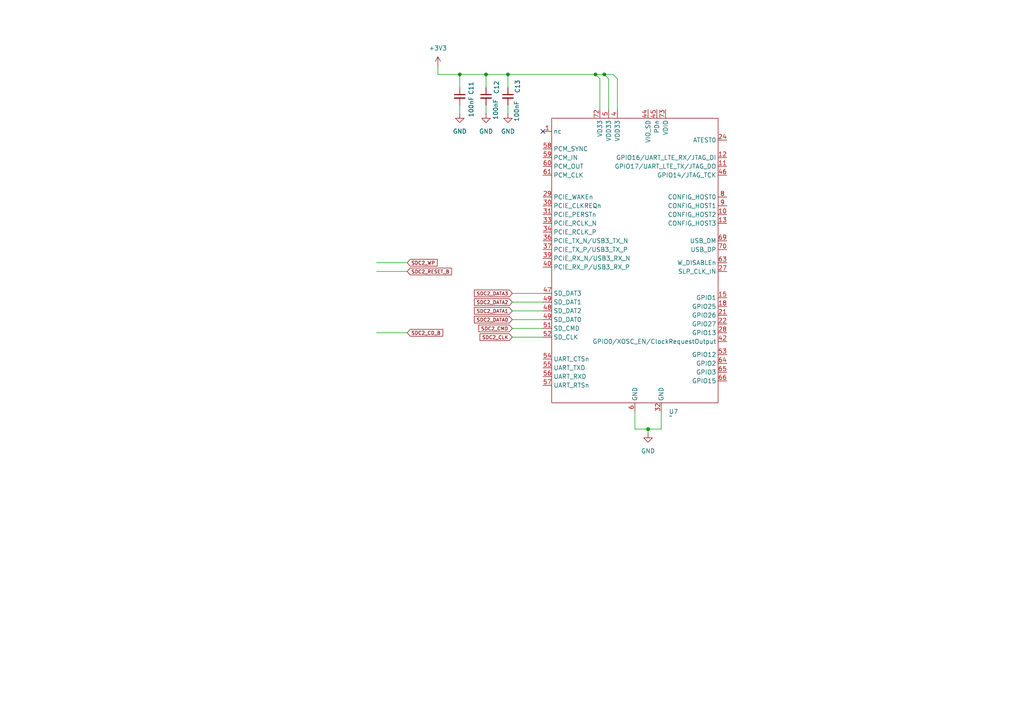
<source format=kicad_sch>
(kicad_sch (version 20231120) (generator "eeschema") (generator_version "8.0")
  (paper "A4")
  (lib_symbols
    (symbol "Device:C_Small" (pin_numbers hide) (pin_names (offset 0.254) hide)
      (property "Reference" "C" (at 0.254 1.778 0))
      (property "Value" "C_Small" (at 0.254 -2.032 0))
      (symbol "C_Small_0_1"
        (polyline (pts (xy -1.524 -0.508) (xy 1.524 -0.508)) (stroke (width 0.3302)))
        (polyline (pts (xy -1.524 0.508) (xy 1.524 0.508)) (stroke (width 0.3048)))
      )
      (symbol "C_Small_1_1"
        (pin passive line (at 0 2.54 270) (length 2.032) (name "~") (number "1"))
        (pin passive line (at 0 -2.54 90) (length 2.032) (name "~") (number "2"))
      )
    )
    (symbol "_W_MX8M:SPB228-D-Wireless"
      (property "Reference" "U" (at 0 0 0))
      (symbol "SPB228-D-Wireless_0_1"
        (rectangle (start -8.89 10.16) (end 39.37 -72.39))
      )
      (symbol "SPB228-D-Wireless_1_1"
        (pin input line (at -11.43 6.35 0) (length 2.54) (name "nc") (number "1"))
        (pin input line (at 41.91 -17.78 180) (length 2.54) (name "CONFIG_HOST2") (number "10"))
        (pin input line (at 41.91 -3.81 180) (length 2.54) (name "GPIO17/UART_LTE_TX/JTAG_DO") (number "11"))
        (pin input line (at 41.91 -1.27 180) (length 2.54) (name "GPIO16/UART_LTE_RX/JTAG_DI") (number "12"))
        (pin input line (at 41.91 -20.32 180) (length 2.54) (name "CONFIG_HOST3") (number "13"))
        (pin input line (at -11.43 6.35 0) (length 2.54) hide (name "nc") (number "14"))
        (pin input line (at 41.91 -41.91 180) (length 2.54) (name "GPIO1") (number "15"))
        (pin input line (at -11.43 6.35 0) (length 2.54) hide (name "nc") (number "16"))
        (pin input line (at 15.24 -74.93 90) (length 2.54) hide (name "GND") (number "17"))
        (pin input line (at 41.91 -44.45 180) (length 2.54) (name "GPIO25") (number "18"))
        (pin input line (at -11.43 6.35 0) (length 2.54) hide (name "nc") (number "19"))
        (pin input line (at -11.43 6.35 0) (length 2.54) hide (name "nc") (number "2"))
        (pin input line (at 15.24 -74.93 90) (length 2.54) hide (name "GND") (number "20"))
        (pin input line (at 41.91 -46.99 180) (length 2.54) (name "GPIO26") (number "21"))
        (pin input line (at 41.91 -49.53 180) (length 2.54) (name "GPIO27") (number "22"))
        (pin input line (at 15.24 -74.93 90) (length 2.54) hide (name "GND") (number "23"))
        (pin input line (at 41.91 3.81 180) (length 2.54) (name "ATEST0") (number "24"))
        (pin input line (at -11.43 6.35 0) (length 2.54) hide (name "nc") (number "25"))
        (pin input line (at 15.24 -74.93 90) (length 2.54) hide (name "GND") (number "26"))
        (pin input line (at 41.91 -34.29 180) (length 2.54) (name "SLP_CLK_IN") (number "27"))
        (pin input line (at 41.91 -52.07 180) (length 2.54) (name "GPIO13") (number "28"))
        (pin input line (at -11.43 -12.7 0) (length 2.54) (name "PCIE_WAKEn") (number "29"))
        (pin input line (at -11.43 6.35 0) (length 2.54) hide (name "nc") (number "3"))
        (pin input line (at -11.43 -15.24 0) (length 2.54) (name "PCIE_CLKREQn") (number "30"))
        (pin input line (at -11.43 -17.78 0) (length 2.54) (name "PCIE_PERSTn") (number "31"))
        (pin input line (at 15.24 -74.93 90) (length 2.54) hide (name "GND") (number "32"))
        (pin input line (at 22.86 -74.93 90) (length 2.54) (name "GND") (number "32"))
        (pin input line (at -11.43 -20.32 0) (length 2.54) (name "PCIE_RCLK_N") (number "33"))
        (pin input line (at -11.43 -22.86 0) (length 2.54) (name "PCIE_RCLK_P") (number "34"))
        (pin input line (at 22.86 -74.93 90) (length 2.54) hide (name "GND") (number "35"))
        (pin input line (at -11.43 -25.4 0) (length 2.54) (name "PCIE_TX_N/USB3_TX_N") (number "36"))
        (pin input line (at -11.43 -27.94 0) (length 2.54) (name "PCIE_TX_P/USB3_TX_P") (number "37"))
        (pin input line (at 22.86 -74.93 90) (length 2.54) hide (name "GND") (number "38"))
        (pin input line (at -11.43 -30.48 0) (length 2.54) (name "PCIE_RX_N/USB3_RX_N") (number "39"))
        (pin input line (at 10.16 12.7 270) (length 2.54) (name "VDD33") (number "4"))
        (pin input line (at -11.43 -33.02 0) (length 2.54) (name "PCIE_RX_P/USB3_RX_P") (number "40"))
        (pin input line (at 22.86 -74.93 90) (length 2.54) hide (name "GND") (number "41"))
        (pin input line (at 41.91 -54.61 180) (length 2.54) (name "GPIO0/XOSC_EN/ClockRequestOutput") (number "42"))
        (pin input line (at -11.43 6.35 0) (length 2.54) hide (name "nc") (number "43"))
        (pin input line (at 19.05 12.7 270) (length 2.54) (name "VIO_SD") (number "44"))
        (pin input line (at 21.59 12.7 270) (length 2.54) (name "PDn") (number "45"))
        (pin input line (at 41.91 -6.35 180) (length 2.54) (name "GPIO14/JTAG_TCK") (number "46"))
        (pin input line (at -11.43 -40.64 0) (length 2.54) (name "SD_DAT3") (number "47"))
        (pin input line (at -11.43 -45.72 0) (length 2.54) (name "SD_DAT2") (number "48"))
        (pin input line (at -11.43 -48.26 0) (length 2.54) (name "SD_DAT0") (number "49"))
        (pin input line (at -11.43 -43.18 0) (length 2.54) (name "SD_DAT1") (number "49"))
        (pin input line (at 7.62 12.7 270) (length 2.54) (name "VDD33") (number "5"))
        (pin input line (at -11.43 -50.8 0) (length 2.54) (name "SD_CMD") (number "51"))
        (pin input line (at -11.43 -53.34 0) (length 2.54) (name "SD_CLK") (number "52"))
        (pin input line (at 41.91 -58.42 180) (length 2.54) (name "GPIO12") (number "53"))
        (pin input line (at -11.43 -59.69 0) (length 2.54) (name "UART_CTSn") (number "54"))
        (pin input line (at -11.43 -62.23 0) (length 2.54) (name "UART_TXD") (number "55"))
        (pin input line (at -11.43 -64.77 0) (length 2.54) (name "UART_RXD") (number "56"))
        (pin input line (at -11.43 -67.31 0) (length 2.54) (name "UART_RTSn") (number "57"))
        (pin input line (at -11.43 1.27 0) (length 2.54) (name "PCM_SYNC") (number "58"))
        (pin input line (at -11.43 -1.27 0) (length 2.54) (name "PCM_IN") (number "59"))
        (pin input line (at 15.24 -74.93 90) (length 2.54) (name "GND") (number "6"))
        (pin input line (at -11.43 -3.81 0) (length 2.54) (name "PCM_OUT") (number "60"))
        (pin input line (at -11.43 -6.35 0) (length 2.54) (name "PCM_CLK") (number "61"))
        (pin input line (at 15.24 -74.93 90) (length 2.54) hide (name "GND") (number "62"))
        (pin input line (at 41.91 -31.75 180) (length 2.54) (name "W_DISABLEn") (number "63"))
        (pin input line (at 41.91 -60.96 180) (length 2.54) (name "GPIO2") (number "64"))
        (pin input line (at 41.91 -63.5 180) (length 2.54) (name "GPIO3") (number "65"))
        (pin input line (at 41.91 -66.04 180) (length 2.54) (name "GPIO15") (number "66"))
        (pin input line (at -11.43 6.35 0) (length 2.54) hide (name "nc") (number "67"))
        (pin input line (at 15.24 -74.93 90) (length 2.54) hide (name "GND") (number "68"))
        (pin input line (at 41.91 -25.4 180) (length 2.54) (name "USB_DM") (number "69"))
        (pin input line (at -11.43 6.35 0) (length 2.54) hide (name "nc") (number "7"))
        (pin input line (at 41.91 -27.94 180) (length 2.54) (name "USB_DP") (number "70"))
        (pin input line (at 15.24 -74.93 90) (length 2.54) hide (name "GND") (number "71"))
        (pin input line (at 5.08 12.7 270) (length 2.54) (name "VD33") (number "72"))
        (pin input line (at 24.13 12.7 270) (length 2.54) (name "VDIO") (number "73"))
        (pin input line (at 15.24 -74.93 90) (length 2.54) hide (name "GND") (number "74"))
        (pin input line (at 15.24 -74.93 90) (length 2.54) hide (name "GND") (number "75"))
        (pin input line (at 15.24 -74.93 90) (length 2.54) hide (name "GND") (number "75"))
        (pin input line (at 15.24 -74.93 90) (length 2.54) hide (name "GND") (number "76"))
        (pin input line (at 15.24 -74.93 90) (length 2.54) hide (name "GND") (number "77"))
        (pin input line (at 15.24 -74.93 90) (length 2.54) hide (name "GND") (number "78"))
        (pin input line (at 15.24 -74.93 90) (length 2.54) hide (name "GND") (number "79"))
        (pin input line (at 41.91 -12.7 180) (length 2.54) (name "CONFIG_HOST0") (number "8"))
        (pin input line (at 15.24 -74.93 90) (length 2.54) hide (name "GND") (number "80"))
        (pin input line (at 15.24 -74.93 90) (length 2.54) hide (name "GND") (number "81"))
        (pin input line (at 15.24 -74.93 90) (length 2.54) hide (name "GND") (number "82"))
        (pin input line (at 15.24 -74.93 90) (length 2.54) hide (name "GND") (number "83"))
        (pin input line (at 15.24 -74.93 90) (length 2.54) hide (name "GND") (number "84"))
        (pin input line (at 15.24 -74.93 90) (length 2.54) hide (name "GND") (number "85"))
        (pin input line (at 15.24 -74.93 90) (length 2.54) hide (name "GND") (number "86"))
        (pin input line (at 15.24 -74.93 90) (length 2.54) hide (name "GND") (number "87"))
        (pin input line (at 15.24 -74.93 90) (length 2.54) hide (name "GND") (number "89"))
        (pin input line (at 41.91 -15.24 180) (length 2.54) (name "CONFIG_HOST1") (number "9"))
        (pin input line (at 15.24 -74.93 90) (length 2.54) hide (name "GND") (number "90"))
        (pin input line (at 15.24 -74.93 90) (length 2.54) hide (name "GND") (number "91"))
        (pin input line (at 15.24 -74.93 90) (length 2.54) hide (name "GND") (number "92"))
        (pin input line (at 15.24 -74.93 90) (length 2.54) hide (name "GND") (number "93"))
        (pin input line (at 15.24 -74.93 90) (length 2.54) hide (name "GND") (number "94"))
        (pin input line (at 15.24 -74.93 90) (length 2.54) hide (name "GND") (number "95"))
        (pin input line (at 15.24 -74.93 90) (length 2.54) hide (name "GND") (number "96"))
      )
    )
    (symbol "power:+3V3" (power) (pin_numbers hide) (pin_names (offset 0) hide)
      (property "Value" "+3V3" (at 0 3.556 0))
      (symbol "+3V3_0_1"
        (polyline (pts (xy -0.762 1.27) (xy 0 2.54)))
        (polyline (pts (xy 0 0) (xy 0 2.54)))
        (polyline (pts (xy 0 2.54) (xy 0.762 1.27)))
      )
      (symbol "+3V3_1_1"
        (pin power_in line (at 0 0 90) (length 0) (name "~") (number "1"))
      )
    )
    (symbol "power:GND" (power) (pin_numbers hide) (pin_names (offset 0) hide)
      (property "Value" "GND" (at 0 -3.81 0))
      (symbol "GND_0_1"
        (polyline (pts (xy 0 0) (xy 0 -1.27) (xy 1.27 -1.27) (xy 0 -2.54) (xy -1.27 -1.27) (xy 0 -1.27)))
      )
      (symbol "GND_1_1"
        (pin power_in line (at 0 0 270) (length 0) (name "~") (number "1"))
      )
    )
  )
  (junction (at 133.35 21.59))
  (junction (at 147.32 21.59))
  (junction (at 187.96 124.46))
  (junction (at 140.97 21.59))
  (junction (at 175.26 21.59))
  (junction (at 172.72 21.59))
  (no_connect (at 157.48 38.1))
  (wire (pts (xy 133.35 30.48) (xy 133.35 33.02)))
  (wire (pts (xy 176.53 31.75) (xy 176.53 22.86)))
  (wire (pts (xy 157.48 95.25) (xy 148.59 95.25)))
  (wire (pts (xy 184.15 119.38) (xy 184.15 124.46)))
  (wire (pts (xy 140.97 30.48) (xy 140.97 33.02)))
  (wire (pts (xy 191.77 124.46) (xy 191.77 119.38)))
  (wire (pts (xy 176.53 22.86) (xy 175.26 21.59)))
  (wire (pts (xy 187.96 124.46) (xy 191.77 124.46)))
  (wire (pts (xy 133.35 21.59) (xy 133.35 25.4)))
  (wire (pts (xy 157.48 87.63) (xy 148.59 87.63)))
  (wire (pts (xy 127 21.59) (xy 133.35 21.59)))
  (wire (pts (xy 109.22 96.52) (xy 118.11 96.52)))
  (wire (pts (xy 157.48 97.79) (xy 148.59 97.79)))
  (wire (pts (xy 187.96 124.46) (xy 187.96 125.73)))
  (wire (pts (xy 140.97 21.59) (xy 147.32 21.59)))
  (wire (pts (xy 157.48 90.17) (xy 148.59 90.17)))
  (wire (pts (xy 172.72 21.59) (xy 175.26 21.59)))
  (wire (pts (xy 173.99 22.86) (xy 172.72 21.59)))
  (wire (pts (xy 175.26 21.59) (xy 177.8 21.59)))
  (wire (pts (xy 109.22 78.74) (xy 118.11 78.74)))
  (wire (pts (xy 109.22 76.2) (xy 118.11 76.2)))
  (wire (pts (xy 157.48 92.71) (xy 148.59 92.71)))
  (wire (pts (xy 127 21.59) (xy 127 19.05)))
  (wire (pts (xy 133.35 21.59) (xy 140.97 21.59)))
  (wire (pts (xy 147.32 30.48) (xy 147.32 33.02)))
  (wire (pts (xy 147.32 21.59) (xy 147.32 25.4)))
  (wire (pts (xy 184.15 124.46) (xy 187.96 124.46)))
  (wire (pts (xy 179.07 22.86) (xy 177.8 21.59)))
  (wire (pts (xy 179.07 31.75) (xy 179.07 22.86)))
  (wire (pts (xy 157.48 85.09) (xy 148.59 85.09)))
  (wire (pts (xy 173.99 31.75) (xy 173.99 22.86)))
  (wire (pts (xy 140.97 21.59) (xy 140.97 25.4)))
  (wire (pts (xy 147.32 21.59) (xy 172.72 21.59)))
  (global_label "SDC2_CMD" (shape input) (at 148.59 95.25 180) (effects (font (size 1 1))) (property "Intersheetrefs" "${INTERSHEET_REFS}" (effects (hide yes))))
  (global_label "SDC2_WP" (shape input) (at 118.11 76.2 0) (effects (font (size 1 1))) (property "Intersheetrefs" "${INTERSHEET_REFS}" (effects (hide yes))))
  (global_label "SDC2_DATA3" (shape input) (at 148.59 85.09 180) (effects (font (size 1 1))) (property "Intersheetrefs" "${INTERSHEET_REFS}" (effects (hide yes))))
  (global_label "SDC2_DATA2" (shape input) (at 148.59 87.63 180) (effects (font (size 1 1))) (property "Intersheetrefs" "${INTERSHEET_REFS}" (effects (hide yes))))
  (global_label "SDC2_DATA0" (shape input) (at 148.59 92.71 180) (effects (font (size 1 1))) (property "Intersheetrefs" "${INTERSHEET_REFS}" (effects (hide yes))))
  (global_label "SDC2_CLK" (shape input) (at 148.59 97.79 180) (effects (font (size 1 1))) (property "Intersheetrefs" "${INTERSHEET_REFS}" (effects (hide yes))))
  (global_label "SDC2_CD_B" (shape input) (at 118.11 96.52 0) (effects (font (size 1 1))) (property "Intersheetrefs" "${INTERSHEET_REFS}" (effects (hide yes))))
  (global_label "SDC2_RESET_B" (shape input) (at 118.11 78.74 0) (effects (font (size 1 1))) (property "Intersheetrefs" "${INTERSHEET_REFS}" (effects (hide yes))))
  (global_label "SDC2_DATA1" (shape input) (at 148.59 90.17 180) (effects (font (size 1 1))) (property "Intersheetrefs" "${INTERSHEET_REFS}" (effects (hide yes))))
  (symbol (lib_id "Device:C_Small") (at 147.32 27.94 0) (mirror y) (unit 1)
    (property "Reference" "C13" (at 150.114 23.114 90) (effects (justify right)))
    (property "Value" "100nF" (at 149.86 29.2162 90) (effects (justify right)))
    (property "Footprint" "Capacitor_SMD:C_0201_0603Metric_Pad0.64x0.40mm_HandSolder" (effects (hide yes)))
  )
  (symbol (lib_id "power:+3V3") (at 127 19.05 0) (unit 1)
    (property "Reference" "#PWR25" (effects (hide yes)))
    (property "Value" "+3V3" (at 127 13.97 0))
    (property "Description" "Power symbol creates a global label with name \"+3V3\"" (effects (hide yes)))
  )
  (symbol (lib_id "power:GND") (at 133.35 33.02 0) (unit 1)
    (property "Reference" "#PWR22" (effects (hide yes)))
    (property "Value" "GND" (at 133.35 38.1 0))
  )
  (symbol (lib_id "Device:C_Small") (at 133.35 27.94 0) (mirror y) (unit 1)
    (property "Reference" "C11" (at 136.652 23.622 90) (effects (justify right)))
    (property "Value" "100nF" (at 136.652 27.94 90) (effects (justify right)))
    (property "Footprint" "Capacitor_SMD:C_0201_0603Metric_Pad0.64x0.40mm_HandSolder" (effects (hide yes)))
  )
  (symbol (lib_id "Device:C_Small") (at 140.97 27.94 0) (mirror y) (unit 1)
    (property "Reference" "C12" (at 144.018 23.368 90) (effects (justify right)))
    (property "Value" "100nF" (at 143.764 28.702 90) (effects (justify right)))
    (property "Footprint" "Capacitor_SMD:C_0201_0603Metric_Pad0.64x0.40mm_HandSolder" (effects (hide yes)))
  )
  (symbol (lib_id "power:GND") (at 147.32 33.02 0) (unit 1)
    (property "Reference" "#PWR24" (effects (hide yes)))
    (property "Value" "GND" (at 147.32 38.1 0))
  )
  (symbol (lib_id "_W_MX8M:SPB228-D-Wireless") (at 168.91 44.45 0) (unit 1)
    (property "Reference" "U7" (at 193.9641 119.38 0) (effects (justify left)))
    (property "Value" "~" (at 193.9641 120.65 0) (effects (justify left)))
    (property "Footprint" "_W_SBC:SPB228-QFN-96_11.55x15.55_Pitch0.5mm" (effects (hide yes)))
  )
  (symbol (lib_id "power:GND") (at 187.96 125.73 0) (unit 1)
    (property "Reference" "#PWR021" (effects (hide yes)))
    (property "Value" "GND" (at 187.96 130.81 0))
    (property "Description" "Power symbol creates a global label with name \"GND\" , ground" (effects (hide yes)))
  )
  (symbol (lib_id "power:GND") (at 140.97 33.02 0) (unit 1)
    (property "Reference" "#PWR23" (effects (hide yes)))
    (property "Value" "GND" (at 140.97 38.1 0))
  )
)
</source>
